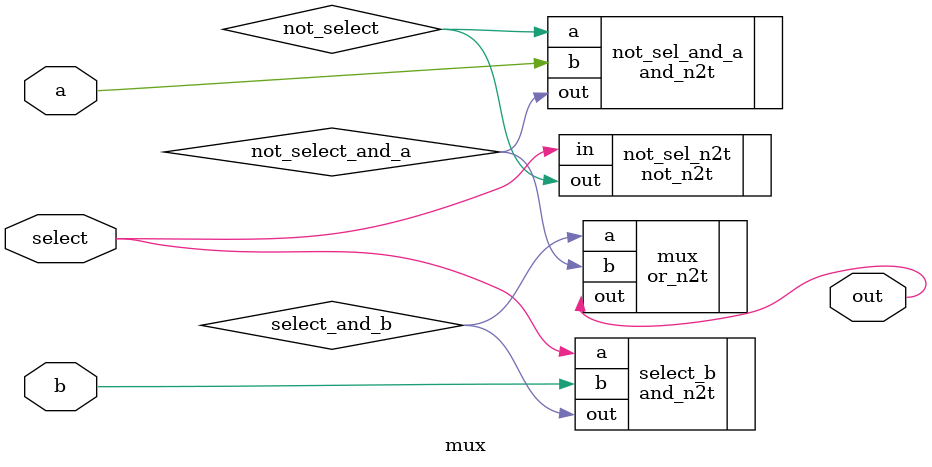
<source format=sv>
`ifndef and_n2t
  `include "and_n2t.sv"
`endif
`define mux 1

module mux(
  input  a,
  input  b,
  input  select,
  output out
);

  wire select_and_b, not_select, not_select_and_a;
  and_n2t select_b(.a(select), .b(b), .out(select_and_b));
  not_n2t not_sel_n2t(.in(select), .out(not_select));
  and_n2t not_sel_and_a(.a(not_select), .b(a), .out(not_select_and_a));
  or_n2t mux(.a(select_and_b), .b(not_select_and_a), .out(out));

  // behavior description
  // assign out = (select) ? b : a;

endmodule

</source>
